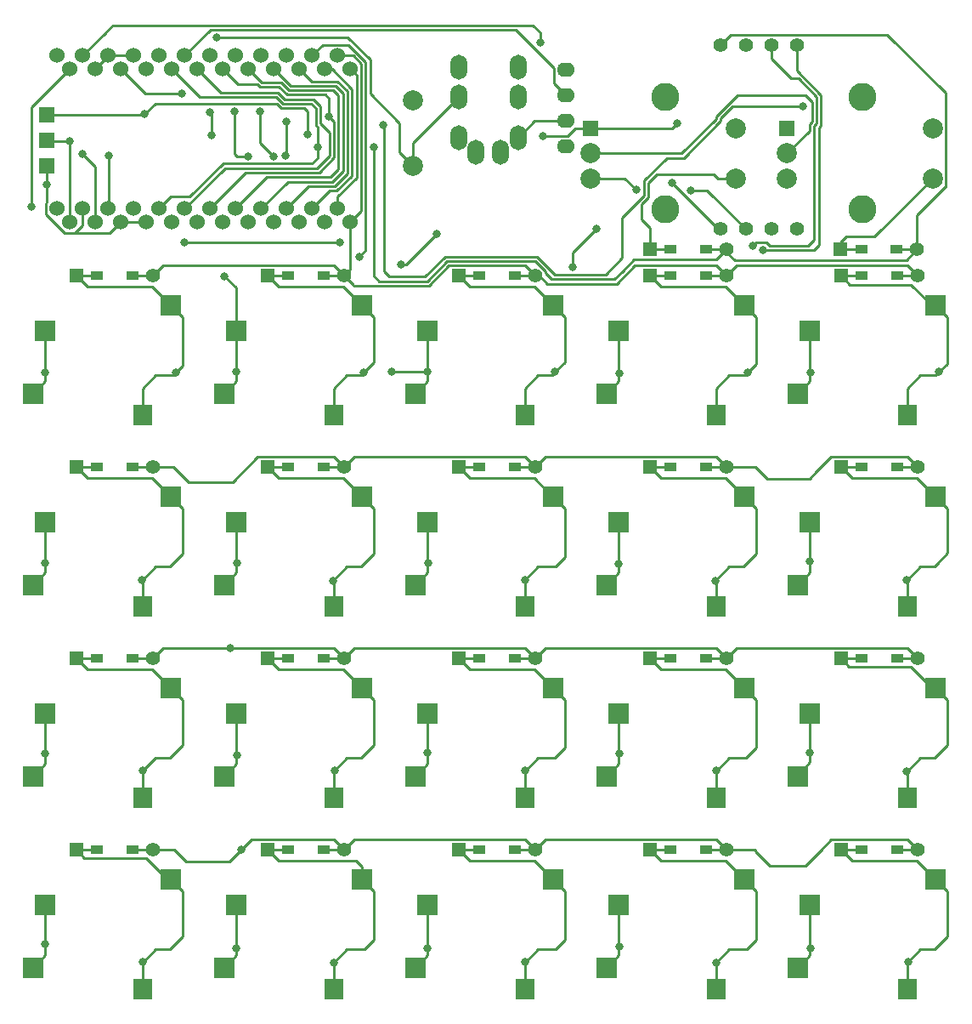
<source format=gbr>
G04 #@! TF.GenerationSoftware,KiCad,Pcbnew,(5.1.6-0-10_14)*
G04 #@! TF.CreationDate,2022-12-11T18:06:32+09:00*
G04 #@! TF.ProjectId,cool644,636f6f6c-3634-4342-9e6b-696361645f70,rev?*
G04 #@! TF.SameCoordinates,Original*
G04 #@! TF.FileFunction,Copper,L2,Bot*
G04 #@! TF.FilePolarity,Positive*
%FSLAX46Y46*%
G04 Gerber Fmt 4.6, Leading zero omitted, Abs format (unit mm)*
G04 Created by KiCad (PCBNEW (5.1.6-0-10_14)) date 2022-12-11 18:06:32*
%MOMM*%
%LPD*%
G01*
G04 APERTURE LIST*
G04 #@! TA.AperFunction,SMDPad,CuDef*
%ADD10R,2.000000X2.000000*%
G04 #@! TD*
G04 #@! TA.AperFunction,SMDPad,CuDef*
%ADD11R,1.900000X2.000000*%
G04 #@! TD*
G04 #@! TA.AperFunction,ComponentPad*
%ADD12C,1.397000*%
G04 #@! TD*
G04 #@! TA.AperFunction,ComponentPad*
%ADD13R,1.397000X1.397000*%
G04 #@! TD*
G04 #@! TA.AperFunction,SMDPad,CuDef*
%ADD14R,1.300000X0.950000*%
G04 #@! TD*
G04 #@! TA.AperFunction,ComponentPad*
%ADD15O,1.700000X2.500000*%
G04 #@! TD*
G04 #@! TA.AperFunction,ComponentPad*
%ADD16C,2.000000*%
G04 #@! TD*
G04 #@! TA.AperFunction,ComponentPad*
%ADD17O,1.778000X1.397000*%
G04 #@! TD*
G04 #@! TA.AperFunction,ComponentPad*
%ADD18C,1.524000*%
G04 #@! TD*
G04 #@! TA.AperFunction,SMDPad,CuDef*
%ADD19R,1.524000X1.524000*%
G04 #@! TD*
G04 #@! TA.AperFunction,ComponentPad*
%ADD20R,1.500000X1.500000*%
G04 #@! TD*
G04 #@! TA.AperFunction,ComponentPad*
%ADD21C,2.800000*%
G04 #@! TD*
G04 #@! TA.AperFunction,ViaPad*
%ADD22C,0.800000*%
G04 #@! TD*
G04 #@! TA.AperFunction,Conductor*
%ADD23C,0.250000*%
G04 #@! TD*
G04 APERTURE END LIST*
D10*
X-8100000Y-3700000D03*
D11*
X2800000Y-5900000D03*
D10*
X-6900000Y2540000D03*
X5600000Y5080000D03*
X30000000Y-3700000D03*
D11*
X40900000Y-5900000D03*
D10*
X31200000Y2540000D03*
X43700000Y5080000D03*
D12*
X41910000Y8000000D03*
D13*
X34290000Y8000000D03*
D14*
X36325000Y8000000D03*
X39875000Y8000000D03*
D12*
X60960000Y8000000D03*
D13*
X53340000Y8000000D03*
D14*
X55375000Y8000000D03*
X58925000Y8000000D03*
D12*
X80010000Y8000000D03*
D13*
X72390000Y8000000D03*
D14*
X74425000Y8000000D03*
X77975000Y8000000D03*
D12*
X22860000Y8000000D03*
D13*
X15240000Y8000000D03*
D14*
X17275000Y8000000D03*
X20825000Y8000000D03*
D10*
X81800000Y5080000D03*
X69300000Y2540000D03*
D11*
X79000000Y-5900000D03*
D10*
X68100000Y-3700000D03*
D15*
X34280000Y21770000D03*
X38480000Y20270000D03*
X34280000Y28770000D03*
X34280000Y25770000D03*
X40230000Y28770000D03*
X40230000Y25770000D03*
X40230000Y21770000D03*
X36030000Y20270000D03*
D16*
X29750000Y25450000D03*
X29750000Y18950000D03*
D17*
X44980000Y28510000D03*
X44980000Y25970000D03*
X44980000Y23430000D03*
X44980000Y20890000D03*
D10*
X10950000Y-3700000D03*
D11*
X21850000Y-5900000D03*
D10*
X12150000Y2540000D03*
X24650000Y5080000D03*
D12*
X3810000Y-11050000D03*
D13*
X-3810000Y-11050000D03*
D14*
X-1775000Y-11050000D03*
X1775000Y-11050000D03*
D12*
X60960000Y-11050000D03*
D13*
X53340000Y-11050000D03*
D14*
X55375000Y-11050000D03*
X58925000Y-11050000D03*
D12*
X22860000Y-49150000D03*
D13*
X15240000Y-49150000D03*
D14*
X17275000Y-49150000D03*
X20825000Y-49150000D03*
D12*
X41910000Y-11050000D03*
D13*
X34290000Y-11050000D03*
D14*
X36325000Y-11050000D03*
X39875000Y-11050000D03*
D12*
X22860000Y-11050000D03*
D13*
X15240000Y-11050000D03*
D14*
X17275000Y-11050000D03*
X20825000Y-11050000D03*
D12*
X41910000Y-49150000D03*
D13*
X34290000Y-49150000D03*
D14*
X36325000Y-49150000D03*
X39875000Y-49150000D03*
D12*
X60960000Y-49150000D03*
D13*
X53340000Y-49150000D03*
D14*
X55375000Y-49150000D03*
X58925000Y-49150000D03*
D18*
X-5728000Y14696400D03*
X-3188000Y14696400D03*
X-648000Y14696400D03*
X1892000Y14696400D03*
X4432000Y14696400D03*
X6972000Y14696400D03*
X9512000Y14696400D03*
X12052000Y14696400D03*
X14592000Y14696400D03*
X17132000Y14696400D03*
X19672000Y14696400D03*
X22212000Y14696400D03*
X22212000Y29916400D03*
X19672000Y29916400D03*
X17132000Y29916400D03*
X14592000Y29916400D03*
X12052000Y29916400D03*
X9512000Y29916400D03*
X6972000Y29916400D03*
X4432000Y29916400D03*
X1892000Y29916400D03*
X-648000Y29916400D03*
X-3188000Y29916400D03*
X-5728000Y29916400D03*
X-4458000Y13370000D03*
X-1918000Y13370000D03*
X622000Y13370000D03*
X3162000Y13370000D03*
X5702000Y13370000D03*
X8242000Y13370000D03*
X10782000Y13370000D03*
X13322000Y13370000D03*
X15862000Y13370000D03*
X18402000Y13370000D03*
X20942000Y13370000D03*
X23482000Y13370000D03*
X23482000Y28610000D03*
X20942000Y28610000D03*
X18402000Y28610000D03*
X15862000Y28610000D03*
X13322000Y28610000D03*
X10782000Y28610000D03*
X8242000Y28610000D03*
X5702000Y28610000D03*
X3162000Y28610000D03*
X622000Y28610000D03*
X-1918000Y28610000D03*
X-4458000Y28610000D03*
D12*
X79990000Y10640000D03*
D13*
X72370000Y10640000D03*
D14*
X74405000Y10640000D03*
X77955000Y10640000D03*
D10*
X68100000Y-41800000D03*
D11*
X79000000Y-44000000D03*
D10*
X69300000Y-35560000D03*
X81800000Y-33020000D03*
D12*
X60960000Y-30100000D03*
D13*
X53340000Y-30100000D03*
D14*
X55375000Y-30100000D03*
X58925000Y-30100000D03*
D10*
X-8100000Y-22750000D03*
D11*
X2800000Y-24950000D03*
D10*
X-6900000Y-16510000D03*
X5600000Y-13970000D03*
X24650000Y-52070000D03*
X12150000Y-54610000D03*
D11*
X21850000Y-63050000D03*
D10*
X10950000Y-60850000D03*
X30000000Y-60850000D03*
D11*
X40900000Y-63050000D03*
D10*
X31200000Y-54610000D03*
X43700000Y-52070000D03*
X62750000Y-52070000D03*
X50250000Y-54610000D03*
D11*
X59950000Y-63050000D03*
D10*
X49050000Y-60850000D03*
X68100000Y-60850000D03*
D11*
X79000000Y-63050000D03*
D10*
X69300000Y-54610000D03*
X81800000Y-52070000D03*
X5600000Y-52070000D03*
X-6900000Y-54610000D03*
D11*
X2800000Y-63050000D03*
D10*
X-8100000Y-60850000D03*
X10950000Y-22750000D03*
D11*
X21850000Y-24950000D03*
D10*
X12150000Y-16510000D03*
X24650000Y-13970000D03*
X43700000Y-13970000D03*
X31200000Y-16510000D03*
D11*
X40900000Y-24950000D03*
D10*
X30000000Y-22750000D03*
X62750000Y-13970000D03*
X50250000Y-16510000D03*
D11*
X59950000Y-24950000D03*
D10*
X49050000Y-22750000D03*
X81800000Y-13970000D03*
X69300000Y-16510000D03*
D11*
X79000000Y-24950000D03*
D10*
X68100000Y-22750000D03*
X-8100000Y-41800000D03*
D11*
X2800000Y-44000000D03*
D10*
X-6900000Y-35560000D03*
X5600000Y-33020000D03*
X24650000Y-33020000D03*
X12150000Y-35560000D03*
D11*
X21850000Y-44000000D03*
D10*
X10950000Y-41800000D03*
X30000000Y-41800000D03*
D11*
X40900000Y-44000000D03*
D10*
X31200000Y-35560000D03*
X43700000Y-33020000D03*
X62750000Y-33020000D03*
X50250000Y-35560000D03*
D11*
X59950000Y-44000000D03*
D10*
X49050000Y-41800000D03*
D12*
X3810000Y-30100000D03*
D13*
X-3810000Y-30100000D03*
D14*
X-1775000Y-30100000D03*
X1775000Y-30100000D03*
X58975000Y10620000D03*
X55425000Y10620000D03*
D13*
X53390000Y10620000D03*
D12*
X61010000Y10620000D03*
X41910000Y-30100000D03*
D13*
X34290000Y-30100000D03*
D14*
X36325000Y-30100000D03*
X39875000Y-30100000D03*
D12*
X22860000Y-30100000D03*
D13*
X15240000Y-30100000D03*
D14*
X17275000Y-30100000D03*
X20825000Y-30100000D03*
D12*
X80010000Y-11050000D03*
D13*
X72390000Y-11050000D03*
D14*
X74425000Y-11050000D03*
X77975000Y-11050000D03*
D12*
X3810000Y8000000D03*
D13*
X-3810000Y8000000D03*
D14*
X-1775000Y8000000D03*
X1775000Y8000000D03*
D10*
X49050000Y-3700000D03*
D11*
X59950000Y-5900000D03*
D10*
X50250000Y2540000D03*
X62750000Y5080000D03*
D19*
X-6750000Y24070000D03*
X-6750000Y21530000D03*
X-6750000Y18990000D03*
D12*
X80010000Y-49150000D03*
D13*
X72390000Y-49150000D03*
D14*
X74425000Y-49150000D03*
X77975000Y-49150000D03*
D12*
X3810000Y-49150000D03*
D13*
X-3810000Y-49150000D03*
D14*
X-1775000Y-49150000D03*
X1775000Y-49150000D03*
D12*
X80010000Y-30100000D03*
D13*
X72390000Y-30100000D03*
D14*
X74425000Y-30100000D03*
X77975000Y-30100000D03*
D12*
X67990000Y30990000D03*
X65450000Y30990000D03*
X62910000Y30990000D03*
X60370000Y30990000D03*
D20*
X47420000Y22700000D03*
D16*
X47420000Y20200000D03*
X47420000Y17700000D03*
D21*
X54920000Y25800000D03*
X54920000Y14600000D03*
D16*
X61920000Y22700000D03*
X61920000Y17700000D03*
X81525001Y17700000D03*
X81525001Y22700000D03*
D21*
X74525001Y14600000D03*
X74525001Y25800000D03*
D16*
X67025001Y17700000D03*
X67025001Y20200000D03*
D20*
X67025001Y22700000D03*
D12*
X67970000Y12660000D03*
X65430000Y12660000D03*
X62890000Y12660000D03*
X60350000Y12660000D03*
D22*
X6130500Y-1620500D03*
X24840000Y-1610000D03*
X43918501Y-1568501D03*
X63110000Y-1630000D03*
X82150000Y-1570000D03*
X2759499Y-22289499D03*
X21775000Y-22335000D03*
X40900000Y-22320000D03*
X59885000Y-22385000D03*
X78969499Y-22279499D03*
X2854499Y-41244499D03*
X21914499Y-41234499D03*
X40920000Y-41270000D03*
X59984499Y-41264499D03*
X78974499Y-41324499D03*
X2834499Y-60314499D03*
X21854499Y-60344499D03*
X40929499Y-60319499D03*
X59925000Y-60345000D03*
X79064499Y-60284499D03*
X24396000Y9916000D03*
X11523501Y-29076499D03*
X12615000Y-49145000D03*
X-6900000Y-1640000D03*
X-6900000Y-20620000D03*
X-6900000Y-39580000D03*
X-6900000Y-58530000D03*
X32090000Y12185020D03*
X28560000Y9120000D03*
X22460000Y11310000D03*
X6972000Y11308000D03*
X12150000Y-1570000D03*
X12224999Y-20585001D03*
X12224999Y-39695001D03*
X12150000Y-58930000D03*
X10970000Y7980000D03*
X26810000Y23020000D03*
X21360000Y23890000D03*
X68610000Y24860000D03*
X31200000Y-1580000D03*
X31274999Y-20615001D03*
X31200000Y-39450000D03*
X31200000Y-58960000D03*
X27620000Y-1550000D03*
X45670000Y8870000D03*
X48020000Y12680000D03*
X50324999Y-1715001D03*
X50250000Y-20680000D03*
X50324999Y-39595001D03*
X50324999Y-58755001D03*
X63637347Y10957347D03*
X-8290000Y14920000D03*
X-6750000Y17060000D03*
X10160000Y31760000D03*
X-3190000Y20130000D03*
X42410000Y31255000D03*
X3020000Y24080000D03*
X19260000Y22070000D03*
X-4458000Y21418000D03*
X69374999Y-1645001D03*
X69300000Y-20430000D03*
X69300000Y-39480000D03*
X69374999Y-58925001D03*
X64640000Y10570000D03*
X25810000Y20800000D03*
X20260000Y20800000D03*
X12000000Y24370000D03*
X13320000Y19905567D03*
X52000000Y16560000D03*
X57450000Y16530000D03*
X9710000Y22030000D03*
X9512000Y24262000D03*
X42673510Y21913510D03*
X55560000Y17255000D03*
X56080000Y23210000D03*
X14540000Y24410000D03*
X15862000Y19905567D03*
X17100000Y23375000D03*
X17080000Y19940000D03*
X-570000Y19930000D03*
X6740000Y26150000D03*
D23*
X4123999Y-1874999D02*
X2800000Y-3198998D01*
X2800000Y-3198998D02*
X2800000Y-5900000D01*
X5876001Y-1874999D02*
X4123999Y-1874999D01*
X6775001Y-975999D02*
X6130500Y-1620500D01*
X6775001Y3904999D02*
X6775001Y-975999D01*
X5600000Y5080000D02*
X6775001Y3904999D01*
X6130500Y-1620500D02*
X5876001Y-1874999D01*
X-2715001Y6905001D02*
X-3810000Y8000000D01*
X3774999Y6905001D02*
X-2715001Y6905001D01*
X5600000Y5080000D02*
X3774999Y6905001D01*
X-3810000Y8000000D02*
X-1775000Y8000000D01*
X24562003Y-1874999D02*
X23173999Y-1874999D01*
X21850000Y-3198998D02*
X21850000Y-5900000D01*
X23173999Y-1874999D02*
X21850000Y-3198998D01*
X25825001Y-612001D02*
X24562003Y-1874999D01*
X25825001Y3904999D02*
X25825001Y-612001D01*
X24650000Y5080000D02*
X25825001Y3904999D01*
X16334999Y6905001D02*
X15240000Y8000000D01*
X22824999Y6905001D02*
X16334999Y6905001D01*
X24650000Y5080000D02*
X22824999Y6905001D01*
X15240000Y8000000D02*
X17275000Y8000000D01*
X40900000Y-3198998D02*
X40900000Y-5900000D01*
X44875001Y-612001D02*
X43918501Y-1568501D01*
X42223999Y-1874999D02*
X40900000Y-3198998D01*
X43612003Y-1874999D02*
X42223999Y-1874999D01*
X44875001Y3904999D02*
X44875001Y-612001D01*
X43700000Y5080000D02*
X44875001Y3904999D01*
X43918501Y-1568501D02*
X43612003Y-1874999D01*
X35384999Y6905001D02*
X34290000Y8000000D01*
X41874999Y6905001D02*
X35384999Y6905001D01*
X43700000Y5080000D02*
X41874999Y6905001D01*
X34290000Y8000000D02*
X36325000Y8000000D01*
X59950000Y-3198998D02*
X59950000Y-5900000D01*
X61273999Y-1874999D02*
X59950000Y-3198998D01*
X62865001Y-1874999D02*
X61273999Y-1874999D01*
X63925001Y3904999D02*
X63925001Y-814999D01*
X63925001Y-814999D02*
X62865001Y-1874999D01*
X62750000Y5080000D02*
X63925001Y3904999D01*
X54434999Y6905001D02*
X53340000Y8000000D01*
X60924999Y6905001D02*
X54434999Y6905001D01*
X62750000Y5080000D02*
X60924999Y6905001D01*
X53340000Y8000000D02*
X55375000Y8000000D01*
X79000000Y-3198998D02*
X79000000Y-5900000D01*
X80323999Y-1874999D02*
X79000000Y-3198998D01*
X81845001Y-1874999D02*
X80323999Y-1874999D01*
X82975001Y-744999D02*
X82150000Y-1570000D01*
X82975001Y3904999D02*
X82975001Y-744999D01*
X81800000Y5080000D02*
X82975001Y3904999D01*
X82150000Y-1570000D02*
X81845001Y-1874999D01*
X73260000Y7130000D02*
X72390000Y8000000D01*
X79391002Y7130000D02*
X73260000Y7130000D01*
X81441002Y5080000D02*
X79391002Y7130000D01*
X81800000Y5080000D02*
X81441002Y5080000D01*
X72390000Y8000000D02*
X74425000Y8000000D01*
X5495001Y-20924999D02*
X4123999Y-20924999D01*
X6775001Y-19644999D02*
X5495001Y-20924999D01*
X2800000Y-22248998D02*
X2800000Y-24950000D01*
X4123999Y-20924999D02*
X2800000Y-22248998D01*
X6775001Y-15145001D02*
X6775001Y-19644999D01*
X5600000Y-13970000D02*
X6775001Y-15145001D01*
X-2715001Y-12144999D02*
X-3810000Y-11050000D01*
X3774999Y-12144999D02*
X-2715001Y-12144999D01*
X5600000Y-13970000D02*
X3774999Y-12144999D01*
X-3810000Y-11050000D02*
X-1775000Y-11050000D01*
X21850000Y-22248998D02*
X21850000Y-24950000D01*
X23173999Y-20924999D02*
X21850000Y-22248998D01*
X24562003Y-20924999D02*
X23173999Y-20924999D01*
X25825001Y-15145001D02*
X25825001Y-19662001D01*
X25825001Y-19662001D02*
X24562003Y-20924999D01*
X24650000Y-13970000D02*
X25825001Y-15145001D01*
X22824999Y-12144999D02*
X16334999Y-12144999D01*
X16334999Y-12144999D02*
X15240000Y-11050000D01*
X24650000Y-13970000D02*
X22824999Y-12144999D01*
X15240000Y-11050000D02*
X17275000Y-11050000D01*
X40900000Y-22248998D02*
X40900000Y-22320000D01*
X43935001Y-20924999D02*
X42223999Y-20924999D01*
X44875001Y-15145001D02*
X44875001Y-19984999D01*
X42223999Y-20924999D02*
X40900000Y-22248998D01*
X44875001Y-19984999D02*
X43935001Y-20924999D01*
X43700000Y-13970000D02*
X44875001Y-15145001D01*
X40900000Y-22320000D02*
X40900000Y-24950000D01*
X35384999Y-12144999D02*
X34290000Y-11050000D01*
X34290000Y-11050000D02*
X36325000Y-11050000D01*
X43660002Y-13970000D02*
X41835001Y-12144999D01*
X43700000Y-13970000D02*
X43660002Y-13970000D01*
X41835001Y-12144999D02*
X35384999Y-12144999D01*
X59950000Y-22248998D02*
X59950000Y-24950000D01*
X62662003Y-20924999D02*
X61273999Y-20924999D01*
X63925001Y-19662001D02*
X62662003Y-20924999D01*
X61273999Y-20924999D02*
X59950000Y-22248998D01*
X63925001Y-15145001D02*
X63925001Y-19662001D01*
X62750000Y-13970000D02*
X63925001Y-15145001D01*
X54434999Y-12144999D02*
X53340000Y-11050000D01*
X60924999Y-12144999D02*
X54434999Y-12144999D01*
X62750000Y-13970000D02*
X60924999Y-12144999D01*
X53340000Y-11050000D02*
X55375000Y-11050000D01*
X83025001Y-15195001D02*
X81800000Y-13970000D01*
X83025001Y-19612001D02*
X83025001Y-15195001D01*
X80323999Y-20924999D02*
X81712003Y-20924999D01*
X81712003Y-20924999D02*
X81998501Y-20638501D01*
X79000000Y-22248998D02*
X80323999Y-20924999D01*
X79000000Y-24950000D02*
X79000000Y-22248998D01*
X81998501Y-20638501D02*
X83025001Y-19612001D01*
X73484999Y-12144999D02*
X72390000Y-11050000D01*
X79974999Y-12144999D02*
X73484999Y-12144999D01*
X81800000Y-13970000D02*
X79974999Y-12144999D01*
X72390000Y-11050000D02*
X74425000Y-11050000D01*
X2800000Y-41298998D02*
X2800000Y-44000000D01*
X4123999Y-39974999D02*
X2854499Y-41244499D01*
X5512003Y-39974999D02*
X4123999Y-39974999D01*
X6775001Y-38712001D02*
X5512003Y-39974999D01*
X6775001Y-34195001D02*
X6775001Y-38712001D01*
X5600000Y-33020000D02*
X6775001Y-34195001D01*
X2854499Y-41244499D02*
X2800000Y-41298998D01*
X-2715001Y-31194999D02*
X-3810000Y-30100000D01*
X3774999Y-31194999D02*
X-2715001Y-31194999D01*
X5600000Y-33020000D02*
X3774999Y-31194999D01*
X-3810000Y-30100000D02*
X-1775000Y-30100000D01*
X21850000Y-41298998D02*
X21850000Y-44000000D01*
X23173999Y-39974999D02*
X21914499Y-41234499D01*
X25825001Y-38712001D02*
X24562003Y-39974999D01*
X25825001Y-34195001D02*
X25825001Y-38712001D01*
X24562003Y-39974999D02*
X23173999Y-39974999D01*
X24650000Y-33020000D02*
X25825001Y-34195001D01*
X21914499Y-41234499D02*
X21850000Y-41298998D01*
X16334999Y-31194999D02*
X15240000Y-30100000D01*
X22824999Y-31194999D02*
X16334999Y-31194999D01*
X24650000Y-33020000D02*
X22824999Y-31194999D01*
X15240000Y-30100000D02*
X17275000Y-30100000D01*
X40900000Y-41298998D02*
X40900000Y-44000000D01*
X42223999Y-39974999D02*
X40900000Y-41298998D01*
X43865001Y-39974999D02*
X42223999Y-39974999D01*
X44875001Y-38964999D02*
X43865001Y-39974999D01*
X44875001Y-34195001D02*
X44875001Y-38964999D01*
X43700000Y-33020000D02*
X44875001Y-34195001D01*
X41874999Y-31194999D02*
X35384999Y-31194999D01*
X35384999Y-31194999D02*
X34290000Y-30100000D01*
X43700000Y-33020000D02*
X41874999Y-31194999D01*
X34290000Y-30100000D02*
X36325000Y-30100000D01*
X59950000Y-41298998D02*
X59950000Y-44000000D01*
X61273999Y-39974999D02*
X59950000Y-41298998D01*
X63925001Y-38964999D02*
X62915001Y-39974999D01*
X62915001Y-39974999D02*
X61273999Y-39974999D01*
X63925001Y-34195001D02*
X63925001Y-38964999D01*
X62750000Y-33020000D02*
X63925001Y-34195001D01*
X60924999Y-31194999D02*
X54434999Y-31194999D01*
X54434999Y-31194999D02*
X53340000Y-30100000D01*
X62750000Y-33020000D02*
X60924999Y-31194999D01*
X53340000Y-30100000D02*
X55375000Y-30100000D01*
X79000000Y-41298998D02*
X79000000Y-44000000D01*
X80323999Y-39974999D02*
X79000000Y-41298998D01*
X81712003Y-39974999D02*
X80323999Y-39974999D01*
X82975001Y-34195001D02*
X82975001Y-38712001D01*
X82975001Y-38712001D02*
X81712003Y-39974999D01*
X81800000Y-33020000D02*
X82975001Y-34195001D01*
X73190001Y-30900001D02*
X72390000Y-30100000D01*
X79321003Y-30900001D02*
X73190001Y-30900001D01*
X81441002Y-33020000D02*
X79321003Y-30900001D01*
X81800000Y-33020000D02*
X81441002Y-33020000D01*
X72390000Y-30100000D02*
X74425000Y-30100000D01*
X2800000Y-60348998D02*
X2800000Y-63050000D01*
X4123999Y-59024999D02*
X2800000Y-60348998D01*
X6775001Y-53245001D02*
X6775001Y-57762001D01*
X5512003Y-59024999D02*
X4123999Y-59024999D01*
X6775001Y-57762001D02*
X5512003Y-59024999D01*
X5600000Y-52070000D02*
X6775001Y-53245001D01*
X3121003Y-49950001D02*
X-3009999Y-49950001D01*
X-3009999Y-49950001D02*
X-3810000Y-49150000D01*
X5241002Y-52070000D02*
X3121003Y-49950001D01*
X5600000Y-52070000D02*
X5241002Y-52070000D01*
X-3810000Y-49150000D02*
X-1775000Y-49150000D01*
X21850000Y-60348998D02*
X21850000Y-63050000D01*
X23173999Y-59024999D02*
X21854499Y-60344499D01*
X24926001Y-59024999D02*
X23173999Y-59024999D01*
X25825001Y-58125999D02*
X24926001Y-59024999D01*
X25825001Y-53245001D02*
X25825001Y-58125999D01*
X24650000Y-52070000D02*
X25825001Y-53245001D01*
X21854499Y-60344499D02*
X21850000Y-60348998D01*
X16334999Y-50244999D02*
X15240000Y-49150000D01*
X24074999Y-50244999D02*
X16334999Y-50244999D01*
X24650000Y-50820000D02*
X24074999Y-50244999D01*
X24650000Y-52070000D02*
X24650000Y-50820000D01*
X15240000Y-49150000D02*
X17275000Y-49150000D01*
X40900000Y-60348998D02*
X40900000Y-63050000D01*
X42223999Y-59024999D02*
X40900000Y-60348998D01*
X43976001Y-59024999D02*
X42223999Y-59024999D01*
X44875001Y-58125999D02*
X43976001Y-59024999D01*
X44875001Y-53245001D02*
X44875001Y-58125999D01*
X43700000Y-52070000D02*
X44875001Y-53245001D01*
X35384999Y-50244999D02*
X34290000Y-49150000D01*
X41874999Y-50244999D02*
X35384999Y-50244999D01*
X43700000Y-52070000D02*
X41874999Y-50244999D01*
X34290000Y-49150000D02*
X36325000Y-49150000D01*
X59950000Y-60348998D02*
X59950000Y-63050000D01*
X61273999Y-59024999D02*
X59950000Y-60348998D01*
X63026001Y-59024999D02*
X61273999Y-59024999D01*
X63925001Y-58125999D02*
X63026001Y-59024999D01*
X63925001Y-53245001D02*
X63925001Y-58125999D01*
X62750000Y-52070000D02*
X63925001Y-53245001D01*
X62750000Y-52070000D02*
X60924999Y-50244999D01*
X54434999Y-50244999D02*
X53340000Y-49150000D01*
X60924999Y-50244999D02*
X54434999Y-50244999D01*
X53340000Y-49150000D02*
X55375000Y-49150000D01*
X79000000Y-60348998D02*
X79000000Y-63050000D01*
X80323999Y-59024999D02*
X79000000Y-60348998D01*
X81712003Y-59024999D02*
X80323999Y-59024999D01*
X82975001Y-57762001D02*
X81712003Y-59024999D01*
X82975001Y-53245001D02*
X82975001Y-57762001D01*
X81800000Y-52070000D02*
X82975001Y-53245001D01*
X73484999Y-50244999D02*
X72390000Y-49150000D01*
X79974999Y-50244999D02*
X73484999Y-50244999D01*
X81800000Y-52070000D02*
X79974999Y-50244999D01*
X72390000Y-49150000D02*
X74425000Y-49150000D01*
X1775000Y8000000D02*
X3810000Y8000000D01*
X20825000Y8000000D02*
X22860000Y8000000D01*
X39875000Y8000000D02*
X41910000Y8000000D01*
X58925000Y8000000D02*
X60960000Y8000000D01*
X77975000Y8000000D02*
X80010000Y8000000D01*
X78986499Y9023501D02*
X61983501Y9023501D01*
X61983501Y9023501D02*
X60960000Y8000000D01*
X80010000Y8000000D02*
X78986499Y9023501D01*
X4833501Y9023501D02*
X3810000Y8000000D01*
X21836499Y9023501D02*
X4833501Y9023501D01*
X22860000Y8000000D02*
X21836499Y9023501D01*
X23482000Y8622000D02*
X22860000Y8000000D01*
X23482000Y13370000D02*
X23482000Y8622000D01*
X24569001Y29131761D02*
X23784362Y29916400D01*
X24569001Y14457001D02*
X24569001Y29131761D01*
X23784362Y29916400D02*
X22212000Y29916400D01*
X23482000Y13370000D02*
X24569001Y14457001D01*
X59936499Y9023501D02*
X60960000Y8000000D01*
X42340000Y8000000D02*
X43120000Y7220000D01*
X51873501Y9023501D02*
X59936499Y9023501D01*
X41910000Y8000000D02*
X42340000Y8000000D01*
X50070000Y7220000D02*
X51873501Y9023501D01*
X43120000Y7220000D02*
X50070000Y7220000D01*
X40886499Y9023501D02*
X33331499Y9023501D01*
X33331499Y9023501D02*
X31327998Y7020000D01*
X41910000Y8000000D02*
X40886499Y9023501D01*
X23840000Y7020000D02*
X23780000Y7080000D01*
X31327998Y7020000D02*
X23840000Y7020000D01*
X23780000Y7080000D02*
X22860000Y8000000D01*
X77975000Y-11050000D02*
X80010000Y-11050000D01*
X58925000Y-11050000D02*
X60960000Y-11050000D01*
X39875000Y-11050000D02*
X41910000Y-11050000D01*
X20825000Y-11050000D02*
X22860000Y-11050000D01*
X1775000Y-11050000D02*
X3810000Y-11050000D01*
X3810000Y-11050000D02*
X5880000Y-11050000D01*
X5880000Y-11050000D02*
X7360000Y-12530000D01*
X11777998Y-12530000D02*
X14281499Y-10026499D01*
X21836499Y-10026499D02*
X22860000Y-11050000D01*
X14281499Y-10026499D02*
X21836499Y-10026499D01*
X7360000Y-12530000D02*
X11777998Y-12530000D01*
X40886499Y-10026499D02*
X41910000Y-11050000D01*
X23883501Y-10026499D02*
X40886499Y-10026499D01*
X22860000Y-11050000D02*
X23883501Y-10026499D01*
X59936499Y-10026499D02*
X60960000Y-11050000D01*
X42933501Y-10026499D02*
X59936499Y-10026499D01*
X41910000Y-11050000D02*
X42933501Y-10026499D01*
X60960000Y-11050000D02*
X63870000Y-11050000D01*
X63870000Y-11050000D02*
X65030000Y-12210000D01*
X78986499Y-10026499D02*
X80010000Y-11050000D01*
X71431499Y-10026499D02*
X78986499Y-10026499D01*
X69983999Y-11473999D02*
X69976001Y-11473999D01*
X65030000Y-12210000D02*
X69240000Y-12210000D01*
X69976001Y-11473999D02*
X69240000Y-12210000D01*
X69983999Y-11473999D02*
X71431499Y-10026499D01*
X24396000Y9916000D02*
X25019011Y10539011D01*
X23333771Y31003401D02*
X20759001Y31003401D01*
X25019010Y29318162D02*
X23333771Y31003401D01*
X20759001Y31003401D02*
X19672000Y29916400D01*
X25019011Y10539011D02*
X25019010Y29318162D01*
X1775000Y-30100000D02*
X3810000Y-30100000D01*
X20825000Y-30100000D02*
X22860000Y-30100000D01*
X39875000Y-30100000D02*
X41910000Y-30100000D01*
X58925000Y-30100000D02*
X60960000Y-30100000D01*
X77975000Y-30100000D02*
X80010000Y-30100000D01*
X61983501Y-29076499D02*
X60960000Y-30100000D01*
X78986499Y-29076499D02*
X61983501Y-29076499D01*
X80010000Y-30100000D02*
X78986499Y-29076499D01*
X42933501Y-29076499D02*
X41910000Y-30100000D01*
X59936499Y-29076499D02*
X42933501Y-29076499D01*
X60960000Y-30100000D02*
X59936499Y-29076499D01*
X23883501Y-29076499D02*
X22860000Y-30100000D01*
X40886499Y-29076499D02*
X23883501Y-29076499D01*
X41910000Y-30100000D02*
X40886499Y-29076499D01*
X4833501Y-29076499D02*
X3810000Y-30100000D01*
X22860000Y-30100000D02*
X21836499Y-29076499D01*
X11523501Y-29076499D02*
X4833501Y-29076499D01*
X21836499Y-29076499D02*
X11523501Y-29076499D01*
X17276127Y17380527D02*
X14592000Y14696400D01*
X21734117Y17380527D02*
X17276127Y17380527D01*
X15862000Y28610000D02*
X17551010Y26920990D01*
X22009010Y26920990D02*
X22768961Y26161039D01*
X22768961Y18415371D02*
X21734117Y17380527D01*
X22768961Y26161039D02*
X22768961Y18415371D01*
X17551010Y26920990D02*
X22009010Y26920990D01*
X77975000Y-49150000D02*
X80010000Y-49150000D01*
X58925000Y-49150000D02*
X60960000Y-49150000D01*
X39875000Y-49150000D02*
X41910000Y-49150000D01*
X20825000Y-49150000D02*
X22860000Y-49150000D01*
X1775000Y-49150000D02*
X3810000Y-49150000D01*
X3810000Y-49150000D02*
X5980000Y-49150000D01*
X5980000Y-49150000D02*
X7100000Y-50270000D01*
X7100000Y-50270000D02*
X11490000Y-50270000D01*
X21836499Y-48126499D02*
X22860000Y-49150000D01*
X13633501Y-48126499D02*
X21836499Y-48126499D01*
X40886499Y-48126499D02*
X41910000Y-49150000D01*
X23883501Y-48126499D02*
X40886499Y-48126499D01*
X22860000Y-49150000D02*
X23883501Y-48126499D01*
X42933501Y-48126499D02*
X59936499Y-48126499D01*
X59936499Y-48126499D02*
X60960000Y-49150000D01*
X41910000Y-49150000D02*
X42933501Y-48126499D01*
X12615000Y-49145000D02*
X13633501Y-48126499D01*
X11490000Y-50270000D02*
X12615000Y-49145000D01*
X22318951Y18601771D02*
X21547717Y17830537D01*
X22318951Y25974639D02*
X22318951Y18601771D01*
X17364610Y26470980D02*
X21822610Y26470980D01*
X21822610Y26470980D02*
X22318951Y25974639D01*
X21547717Y17830537D02*
X15186137Y17830537D01*
X16589590Y27246000D02*
X17364610Y26470980D01*
X14686000Y27246000D02*
X16589590Y27246000D01*
X15186137Y17830537D02*
X12052000Y14696400D01*
X13322000Y28610000D02*
X14686000Y27246000D01*
X78986499Y-48126499D02*
X80010000Y-49150000D01*
X71431499Y-48126499D02*
X78986499Y-48126499D01*
X70383999Y-49173999D02*
X71431499Y-48126499D01*
X68860000Y-50700000D02*
X70383999Y-49176001D01*
X65300000Y-50700000D02*
X68860000Y-50700000D01*
X70383999Y-49176001D02*
X70383999Y-49173999D01*
X63870000Y-49270000D02*
X65300000Y-50700000D01*
X63870000Y-49150000D02*
X63870000Y-49270000D01*
X60960000Y-49150000D02*
X63870000Y-49150000D01*
X-6900000Y-59650000D02*
X-8100000Y-60850000D01*
X-6900000Y-54610000D02*
X-6900000Y-58530000D01*
X-6900000Y-40600000D02*
X-8100000Y-41800000D01*
X-6900000Y-35560000D02*
X-6900000Y-39580000D01*
X-6900000Y-21550000D02*
X-8100000Y-22750000D01*
X-6900000Y-16510000D02*
X-6900000Y-20620000D01*
X-6900000Y-2500000D02*
X-8100000Y-3700000D01*
X-6900000Y2540000D02*
X-6900000Y-1640000D01*
X-6900000Y-1640000D02*
X-6900000Y-2500000D01*
X-6900000Y-20620000D02*
X-6900000Y-21550000D01*
X-6900000Y-39580000D02*
X-6900000Y-40600000D01*
X-6900000Y-58530000D02*
X-6900000Y-59650000D01*
X11006157Y18730557D02*
X6972000Y14696400D01*
X21418931Y22241069D02*
X21418931Y19978931D01*
X20170557Y18730557D02*
X11006157Y18730557D01*
X20500000Y23160000D02*
X21418931Y22241069D01*
X20500000Y24880000D02*
X20500000Y23160000D01*
X19809040Y25570960D02*
X20500000Y24880000D01*
X16991810Y25570960D02*
X19809040Y25570960D01*
X16312770Y26250000D02*
X16991810Y25570960D01*
X10602000Y26250000D02*
X16312770Y26250000D01*
X21418931Y19978931D02*
X20170557Y18730557D01*
X8242000Y28610000D02*
X10602000Y26250000D01*
X32090000Y12185020D02*
X29024980Y9120000D01*
X29024980Y9120000D02*
X28560000Y9120000D01*
X6974000Y11310000D02*
X6972000Y11308000D01*
X22460000Y11310000D02*
X6974000Y11310000D01*
X12150000Y-59650000D02*
X10950000Y-60850000D01*
X12150000Y-54610000D02*
X12150000Y-58930000D01*
X12150000Y-40600000D02*
X10950000Y-41800000D01*
X12150000Y-35560000D02*
X12150000Y-40600000D01*
X12150000Y-21550000D02*
X10950000Y-22750000D01*
X12150000Y-16510000D02*
X12150000Y-21550000D01*
X12150000Y-2500000D02*
X10950000Y-3700000D01*
X12150000Y2540000D02*
X12150000Y-1570000D01*
X12150000Y-1570000D02*
X12150000Y-2500000D01*
X12150000Y-58930000D02*
X12150000Y-59650000D01*
X12150000Y6800000D02*
X12150000Y2540000D01*
X10970000Y7980000D02*
X12150000Y6800000D01*
X21868941Y19758941D02*
X21868941Y23381059D01*
X20390547Y18280547D02*
X21868941Y19758941D01*
X13096147Y18280547D02*
X20390547Y18280547D01*
X9512000Y14696400D02*
X13096147Y18280547D01*
X21868941Y23381059D02*
X21360000Y23890000D01*
X21360000Y25680000D02*
X21360000Y23890000D01*
X17178210Y26020970D02*
X21019030Y26020970D01*
X14499600Y26795990D02*
X16403190Y26795990D01*
X14229590Y27066000D02*
X14499600Y26795990D01*
X16403190Y26795990D02*
X17178210Y26020970D01*
X21019030Y26020970D02*
X21360000Y25680000D01*
X12326000Y27066000D02*
X14229590Y27066000D01*
X10782000Y28610000D02*
X12326000Y27066000D01*
X26830000Y8450000D02*
X26830000Y23000000D01*
X27359980Y7920020D02*
X26830000Y8450000D01*
X30955198Y7920020D02*
X27359980Y7920020D01*
X32958699Y9923519D02*
X30955198Y7920020D01*
X26830000Y23000000D02*
X26810000Y23020000D01*
X48932997Y8144999D02*
X43916193Y8144999D01*
X52765000Y16005000D02*
X50583999Y13823999D01*
X42137673Y9923519D02*
X32958699Y9923519D01*
X56716400Y19749990D02*
X55039990Y19749990D01*
X52765000Y17475000D02*
X52765000Y16005000D01*
X60400002Y23690002D02*
X60400001Y23433590D01*
X50583999Y13823999D02*
X50583999Y9796001D01*
X43916193Y8144999D02*
X42137673Y9923519D01*
X61590000Y24880000D02*
X60400002Y23690002D01*
X55039990Y19749990D02*
X52765000Y17475000D01*
X60400001Y23433590D02*
X56716400Y19749990D01*
X68590000Y24880000D02*
X61590000Y24880000D01*
X50583999Y9796001D02*
X48932997Y8144999D01*
X68610000Y24860000D02*
X68590000Y24880000D01*
X31200000Y-59650000D02*
X30000000Y-60850000D01*
X31200000Y-54610000D02*
X31200000Y-58960000D01*
X31200000Y-40600000D02*
X30000000Y-41800000D01*
X31200000Y-35560000D02*
X31200000Y-39450000D01*
X31200000Y-21550000D02*
X30000000Y-22750000D01*
X31200000Y-16510000D02*
X31200000Y-21550000D01*
X31200000Y-2500000D02*
X30000000Y-3700000D01*
X31200000Y2540000D02*
X31200000Y-1580000D01*
X31200000Y-1580000D02*
X31200000Y-2500000D01*
X31200000Y-39450000D02*
X31200000Y-40600000D01*
X31200000Y-58960000D02*
X31200000Y-59650000D01*
X31170000Y-1550000D02*
X31200000Y-1580000D01*
X27620000Y-1550000D02*
X31170000Y-1550000D01*
X45680000Y8880000D02*
X45670000Y8870000D01*
X19366117Y16930517D02*
X17132000Y14696400D01*
X23020000Y18030000D02*
X21920517Y16930517D01*
X23087180Y18030000D02*
X23020000Y18030000D01*
X23218971Y18161791D02*
X23087180Y18030000D01*
X23218971Y26391029D02*
X23218971Y18161791D01*
X22239000Y27371000D02*
X23218971Y26391029D01*
X21920517Y16930517D02*
X19366117Y16930517D01*
X19641000Y27371000D02*
X22239000Y27371000D01*
X18402000Y28610000D02*
X19641000Y27371000D01*
X45740000Y8940000D02*
X45670000Y8870000D01*
X45670000Y10330000D02*
X45670000Y8870000D01*
X48020000Y12680000D02*
X45670000Y10330000D01*
X50250000Y-59650000D02*
X49050000Y-60850000D01*
X50250000Y-54610000D02*
X50250000Y-59650000D01*
X50250000Y-40600000D02*
X49050000Y-41800000D01*
X50250000Y-35560000D02*
X50250000Y-40600000D01*
X50250000Y-21550000D02*
X49050000Y-22750000D01*
X50250000Y-16510000D02*
X50250000Y-20680000D01*
X50250000Y-2500000D02*
X49050000Y-3700000D01*
X50250000Y2540000D02*
X50250000Y-2500000D01*
X50250000Y-20680000D02*
X50250000Y-21550000D01*
X22212000Y14696400D02*
X22212000Y15882000D01*
X22212000Y15882000D02*
X24118991Y17788991D01*
X24118991Y27973009D02*
X23482000Y28610000D01*
X24118991Y17788991D02*
X24118991Y27973009D01*
X65450000Y29620000D02*
X65450000Y30990000D01*
X69730000Y22916410D02*
X69970010Y23156420D01*
X67425000Y27645000D02*
X65450000Y29620000D01*
X69730000Y11600000D02*
X69730000Y22916410D01*
X68148590Y27645000D02*
X67425000Y27645000D01*
X69970010Y25823580D02*
X68148590Y27645000D01*
X69150010Y11020010D02*
X69730000Y11600000D01*
X65262992Y11020010D02*
X69150010Y11020010D01*
X64988001Y11295001D02*
X65262992Y11020010D01*
X69970010Y23156420D02*
X69970010Y25823580D01*
X63975001Y11295001D02*
X64988001Y11295001D01*
X63637347Y10957347D02*
X63975001Y11295001D01*
X-8290000Y24778000D02*
X-8290000Y14920000D01*
X-4458000Y28610000D02*
X-8290000Y24778000D01*
X-6815001Y14118239D02*
X-4979761Y12282999D01*
X-3188000Y13031238D02*
X-3188000Y14696400D01*
X-6750000Y15283162D02*
X-6815001Y15218161D01*
X-3936239Y12282999D02*
X-3188000Y13031238D01*
X-6815001Y15218161D02*
X-6815001Y14118239D01*
X-6750000Y17060000D02*
X-6750000Y15283162D01*
X-6750000Y18990000D02*
X-6750000Y17060000D01*
X3162000Y13370000D02*
X622000Y13370000D01*
X622000Y13370000D02*
X-465001Y12282999D01*
X-4372999Y12282999D02*
X-3936239Y12282999D01*
X-465001Y12282999D02*
X-4372999Y12282999D01*
X-4979761Y12282999D02*
X-4372999Y12282999D01*
X-648000Y29880000D02*
X-1918000Y28610000D01*
X-648000Y29916400D02*
X-648000Y29880000D01*
X-648000Y29916400D02*
X1892000Y29916400D01*
X29750000Y21240000D02*
X29750000Y18950000D01*
X34280000Y25770000D02*
X29750000Y21240000D01*
X28424999Y20275001D02*
X28424999Y23185001D01*
X29750000Y18950000D02*
X28424999Y20275001D01*
X28424999Y23185001D02*
X25469019Y26140981D01*
X25469019Y26140981D02*
X25469019Y29504563D01*
X23213582Y31760000D02*
X10160000Y31760000D01*
X25469019Y29504563D02*
X23213582Y31760000D01*
X69520000Y23342820D02*
X69279992Y23102812D01*
X69520000Y25340000D02*
X69520000Y23342820D01*
X69279992Y23102812D02*
X69279992Y22454991D01*
X68850000Y26010000D02*
X69520000Y25340000D01*
X69279992Y22454991D02*
X67025001Y20200000D01*
X62083590Y26010000D02*
X68850000Y26010000D01*
X59949992Y23876402D02*
X62083590Y26010000D01*
X59949992Y23619991D02*
X59949992Y23876402D01*
X56530000Y20200000D02*
X59949992Y23619991D01*
X47420000Y20200000D02*
X56530000Y20200000D01*
X-1918000Y18858000D02*
X-1918000Y13370000D01*
X-3190000Y20130000D02*
X-1918000Y18858000D01*
X-3188000Y29916400D02*
X-824400Y32280000D01*
X-824400Y32280000D02*
X-824400Y32295600D01*
X-824400Y32295600D02*
X-160010Y32959990D01*
X-160010Y32959990D02*
X23970000Y32959990D01*
X23970000Y32959990D02*
X24090010Y32959990D01*
X42410000Y31540000D02*
X42410000Y31255000D01*
X42410000Y31255000D02*
X42410000Y32250000D01*
X41700010Y32959990D02*
X40680010Y32959990D01*
X42410000Y32250000D02*
X41700010Y32959990D01*
X40680010Y32959990D02*
X41069990Y32959990D01*
X23970000Y32959990D02*
X40680010Y32959990D01*
X3010000Y24070000D02*
X3020000Y24080000D01*
X-6750000Y24070000D02*
X3010000Y24070000D01*
X16154949Y25135001D02*
X4075001Y25135001D01*
X4075001Y25135001D02*
X3020000Y24080000D01*
X16619008Y24670942D02*
X16154949Y25135001D01*
X18939059Y24670941D02*
X16619008Y24670942D01*
X19260000Y24350000D02*
X18939059Y24670941D01*
X19260000Y22070000D02*
X19260000Y24350000D01*
X41890000Y23430000D02*
X44980000Y23430000D01*
X40230000Y21770000D02*
X41890000Y23430000D01*
X-6638000Y21418000D02*
X-6750000Y21530000D01*
X-4458000Y21418000D02*
X-6638000Y21418000D01*
X-4458000Y13370000D02*
X-4458000Y21418000D01*
X69300000Y-59650000D02*
X68100000Y-60850000D01*
X69300000Y-54610000D02*
X69300000Y-59650000D01*
X68100000Y-41640000D02*
X69300000Y-40440000D01*
X68100000Y-41800000D02*
X68100000Y-41640000D01*
X69300000Y-35560000D02*
X69300000Y-39480000D01*
X69300000Y-21550000D02*
X68100000Y-22750000D01*
X69300000Y-16510000D02*
X69300000Y-20430000D01*
X69300000Y-2500000D02*
X68100000Y-3700000D01*
X69300000Y2540000D02*
X69300000Y-2500000D01*
X69300000Y-20430000D02*
X69300000Y-21550000D01*
X69300000Y-39480000D02*
X69300000Y-40440000D01*
X19672000Y14696400D02*
X21443805Y16468205D01*
X21443805Y16468205D02*
X22161795Y16468205D01*
X22161795Y16468205D02*
X23668981Y17975391D01*
X23668981Y17975391D02*
X23668981Y26611019D01*
X21670000Y28610000D02*
X20942000Y28610000D01*
X23668981Y26611019D02*
X21670000Y28610000D01*
X67990000Y28440000D02*
X67990000Y30990000D01*
X70420020Y22970020D02*
X70420020Y26009980D01*
X70420020Y26009980D02*
X67990000Y28440000D01*
X70180010Y11060010D02*
X70180010Y22730010D01*
X69690000Y10570000D02*
X70180010Y11060010D01*
X70180010Y22730010D02*
X70420020Y22970020D01*
X64640000Y10570000D02*
X69690000Y10570000D01*
X55425000Y10620000D02*
X53390000Y10620000D01*
X53390000Y10620000D02*
X53470000Y10620000D01*
X60530000Y17700000D02*
X61920000Y17700000D01*
X60420000Y17700000D02*
X61920000Y17700000D01*
X60169980Y17700000D02*
X60420000Y17700000D01*
X59749990Y18119990D02*
X60169980Y17700000D01*
X54046400Y18119990D02*
X59749990Y18119990D01*
X53215010Y17288600D02*
X54046400Y18119990D01*
X53390000Y12770000D02*
X52510000Y13650000D01*
X52510000Y15113590D02*
X53215010Y15818600D01*
X53390000Y10620000D02*
X53390000Y12770000D01*
X52510000Y13650000D02*
X52510000Y15113590D01*
X53215010Y15818600D02*
X53215010Y17288600D01*
X61010000Y10620000D02*
X58975000Y10620000D01*
X61010000Y10340000D02*
X61793501Y9556499D01*
X61010000Y10620000D02*
X61010000Y10340000D01*
X16126370Y25799990D02*
X8512010Y25799990D01*
X8512010Y25799990D02*
X8171000Y26141000D01*
X16805409Y25120951D02*
X16126370Y25799990D01*
X8171000Y26141000D02*
X5702000Y28610000D01*
X20049990Y24693600D02*
X19622640Y25120950D01*
X20260000Y20800000D02*
X20260000Y22763590D01*
X19622640Y25120950D02*
X16805409Y25120951D01*
X20049990Y22973600D02*
X20049990Y24693600D01*
X20260000Y22763590D02*
X20049990Y22973600D01*
X5605600Y15870000D02*
X4432000Y14696400D01*
X10819757Y19180567D02*
X7509190Y15870000D01*
X20260000Y19740000D02*
X19700567Y19180567D01*
X7509190Y15870000D02*
X5605600Y15870000D01*
X19700567Y19180567D02*
X10819757Y19180567D01*
X20260000Y20800000D02*
X20260000Y19740000D01*
X25810000Y11100000D02*
X25810000Y20800000D01*
X25810000Y8050000D02*
X25810000Y11100000D01*
X26389990Y7470010D02*
X25810000Y8050000D01*
X31141598Y7470010D02*
X26389990Y7470010D01*
X33145098Y9473510D02*
X31141598Y7470010D01*
X43559990Y7670010D02*
X42933501Y8296499D01*
X42933501Y8491281D02*
X41951271Y9473511D01*
X42933501Y8296499D02*
X42933501Y8491281D01*
X41951271Y9473511D02*
X33145098Y9473510D01*
X49840010Y7670010D02*
X43559990Y7670010D01*
X50690000Y8490000D02*
X50660000Y8490000D01*
X50660000Y8490000D02*
X49840010Y7670010D01*
X51796499Y9596499D02*
X50690000Y8490000D01*
X59986499Y9596499D02*
X51796499Y9596499D01*
X61010000Y10620000D02*
X59986499Y9596499D01*
X60370000Y30990000D02*
X61393501Y32013501D01*
X77026499Y32013501D02*
X82850002Y26189998D01*
X61393501Y32013501D02*
X77026499Y32013501D01*
X77955000Y10640000D02*
X79990000Y10640000D01*
X79990000Y10640000D02*
X79990000Y14019996D01*
X82850002Y16879998D02*
X82850002Y16870002D01*
X79990000Y14019996D02*
X82850002Y16879998D01*
X82850002Y26189998D02*
X82850002Y16879998D01*
X78906499Y9556499D02*
X61793501Y9556499D01*
X79990000Y10640000D02*
X78906499Y9556499D01*
X81525001Y17700000D02*
X75715001Y11890000D01*
X72370000Y10640000D02*
X74405000Y10640000D01*
X72370000Y10640000D02*
X72370000Y11310000D01*
X72950000Y11890000D02*
X75715001Y11890000D01*
X72370000Y11310000D02*
X72950000Y11890000D01*
X9565580Y32509980D02*
X6972000Y29916400D01*
X39960020Y32509980D02*
X9565580Y32509980D01*
X43765990Y28704010D02*
X39960020Y32509980D01*
X43765990Y27184010D02*
X43765990Y28704010D01*
X44980000Y25970000D02*
X43765990Y27184010D01*
X12000000Y24370000D02*
X12000000Y20150000D01*
X12244433Y19905567D02*
X12000000Y20150000D01*
X13320000Y19905567D02*
X12244433Y19905567D01*
X50860000Y17700000D02*
X47420000Y17700000D01*
X52000000Y16560000D02*
X50860000Y17700000D01*
X57450000Y16530000D02*
X59020000Y16530000D01*
X59020000Y16530000D02*
X59210000Y16340000D01*
X62890000Y12660000D02*
X59210000Y16340000D01*
X9710000Y24064000D02*
X9512000Y24262000D01*
X9710000Y22030000D02*
X9710000Y24064000D01*
X45920000Y22700000D02*
X45133510Y21913510D01*
X47420000Y22700000D02*
X45920000Y22700000D01*
X45133510Y21913510D02*
X42673510Y21913510D01*
X60155000Y12660000D02*
X55560000Y17255000D01*
X60350000Y12660000D02*
X60155000Y12660000D01*
X55570000Y22700000D02*
X56080000Y23210000D01*
X47420000Y22700000D02*
X55570000Y22700000D01*
X14540000Y21227567D02*
X15862000Y19905567D01*
X14540000Y24410000D02*
X14540000Y21227567D01*
X17100000Y19960000D02*
X17080000Y19940000D01*
X17100000Y23375000D02*
X17100000Y19960000D01*
X-570000Y14774400D02*
X-648000Y14696400D01*
X-570000Y19930000D02*
X-570000Y14774400D01*
X3082000Y26150000D02*
X6740000Y26150000D01*
X622000Y28610000D02*
X3082000Y26150000D01*
M02*

</source>
